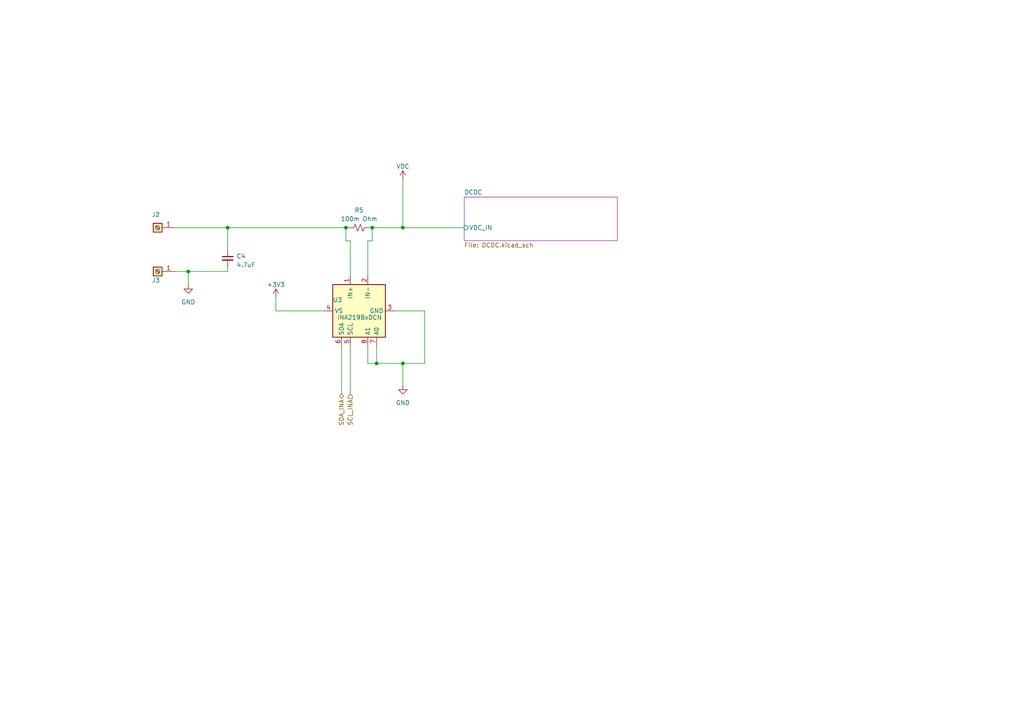
<source format=kicad_sch>
(kicad_sch (version 20210126) (generator eeschema)
  (paper "A4")
  (lib_symbols
    (symbol "Analog_ADC:INA219BxDCN"
      (property "Reference" "U" (at -6.35 8.89 0))
      (property "Value" "INA219BxDCN" (at 6.35 8.89 0))
      (symbol "INA219BxDCN_0_1"
        (rectangle (start -7.62 7.62) (end 7.62 -7.62) (stroke (width 0.254)) (fill (type background)))
      )
      (symbol "INA219BxDCN_1_1"
        (pin input line (at -10.16 2.54 0) (length 2.54) (name "IN+") (number "1"))
        (pin input line (at -10.16 -2.54 0) (length 2.54) (name "IN-") (number "2"))
        (pin power_in line (at 0 -10.16 90) (length 2.54) (name "GND") (number "3"))
        (pin power_in line (at 0 10.16 270) (length 2.54) (name "VS") (number "4"))
        (pin input line (at 10.16 2.54 180) (length 2.54) (name "SCL") (number "5"))
        (pin bidirectional line (at 10.16 5.08 180) (length 2.54) (name "SDA") (number "6"))
        (pin input line (at 10.16 -5.08 180) (length 2.54) (name "A0") (number "7"))
        (pin input line (at 10.16 -2.54 180) (length 2.54) (name "A1") (number "8"))
      )
    )
    (symbol "Connector:Screw_Terminal_01x01" (pin_names (offset 1.016) hide)
      (property "Reference" "J" (at 0 2.54 0))
      (property "Value" "Screw_Terminal_01x01" (at 0 -2.54 0))
      (symbol "Screw_Terminal_01x01_1_1"
        (circle (center 0 0) (radius 0.635) (stroke (width 0.1524)))
        (rectangle (start -1.27 1.27) (end 1.27 -1.27) (stroke (width 0.254)) (fill (type background)))
        (polyline (pts (xy -0.5334 0.3302) (xy 0.3302 -0.508)) (stroke (width 0.1524)))
        (polyline (pts (xy -0.3556 0.508) (xy 0.508 -0.3302)) (stroke (width 0.1524)))
        (pin passive line (at -5.08 0 0) (length 3.81) (name "Pin_1") (number "1"))
      )
    )
    (symbol "Device:C_Small" (pin_numbers hide) (pin_names (offset 0.254) hide)
      (property "Reference" "C" (at 0.254 1.778 0))
      (property "Value" "C_Small" (at 0.254 -2.032 0))
      (symbol "C_Small_0_1"
        (polyline (pts (xy -1.524 -0.508) (xy 1.524 -0.508)) (stroke (width 0.3302)))
        (polyline (pts (xy -1.524 0.508) (xy 1.524 0.508)) (stroke (width 0.3048)))
      )
      (symbol "C_Small_1_1"
        (pin passive line (at 0 2.54 270) (length 2.032) (name "~") (number "1"))
        (pin passive line (at 0 -2.54 90) (length 2.032) (name "~") (number "2"))
      )
    )
    (symbol "Device:R_Small_US" (pin_numbers hide) (pin_names (offset 0.254) hide)
      (property "Reference" "R" (at 0.762 0.508 0))
      (property "Value" "R_Small_US" (at 0.762 -1.016 0))
      (symbol "R_Small_US_1_1"
        (polyline (pts (xy 0 0) (xy 1.016 -0.381) (xy 0 -0.762) (xy -1.016 -1.143) (xy 0 -1.524)))
        (polyline (pts (xy 0 1.524) (xy 1.016 1.143) (xy 0 0.762) (xy -1.016 0.381) (xy 0 0)))
        (pin passive line (at 0 2.54 270) (length 1.016) (name "~") (number "1"))
        (pin passive line (at 0 -2.54 90) (length 1.016) (name "~") (number "2"))
      )
    )
    (symbol "power:+3V3" (power) (pin_names (offset 0))
      (property "Value" "+3V3" (at 0 3.556 0))
      (symbol "+3V3_0_1"
        (polyline (pts (xy -0.762 1.27) (xy 0 2.54)))
        (polyline (pts (xy 0 0) (xy 0 2.54)))
        (polyline (pts (xy 0 2.54) (xy 0.762 1.27)))
      )
      (symbol "+3V3_1_1"
        (pin power_in line (at 0 0 90) (length 0) hide (name "+3V3") (number "1"))
      )
    )
    (symbol "power:GND" (power) (pin_names (offset 0))
      (property "Value" "GND" (at 0 -3.81 0))
      (symbol "GND_0_1"
        (polyline (pts (xy 0 0) (xy 0 -1.27) (xy 1.27 -1.27) (xy 0 -2.54) (xy -1.27 -1.27) (xy 0 -1.27)))
      )
      (symbol "GND_1_1"
        (pin power_in line (at 0 0 270) (length 0) hide (name "GND") (number "1"))
      )
    )
    (symbol "power:VDC" (power) (pin_names (offset 0))
      (property "Value" "VDC" (at 0 6.35 0))
      (symbol "VDC_0_1"
        (polyline (pts (xy -0.762 1.27) (xy 0 2.54)))
        (polyline (pts (xy 0 0) (xy 0 2.54)))
        (polyline (pts (xy 0 2.54) (xy 0.762 1.27)))
      )
      (symbol "VDC_1_1"
        (pin power_in line (at 0 0 90) (length 0) hide (name "VDC") (number "1"))
      )
    )
  )
  (junction (at 54.61 78.74) (diameter 0.9144))
  (junction (at 66.04 66.04) (diameter 0.9144))
  (junction (at 100.33 66.04) (diameter 0.9144))
  (junction (at 107.95 66.04) (diameter 0.9144))
  (junction (at 109.22 105.41) (diameter 0.9144))
  (junction (at 116.84 66.04) (diameter 0.9144))
  (junction (at 116.84 105.41) (diameter 0.9144))
  (wire (pts (xy 50.8 66.04) (xy 66.04 66.04)))
  (wire (pts (xy 50.8 78.74) (xy 54.61 78.74)))
  (wire (pts (xy 54.61 78.74) (xy 54.61 82.55)))
  (wire (pts (xy 54.61 78.74) (xy 66.04 78.74)))
  (wire (pts (xy 66.04 66.04) (xy 100.33 66.04)))
  (wire (pts (xy 66.04 72.39) (xy 66.04 66.04)))
  (wire (pts (xy 66.04 78.74) (xy 66.04 77.47)))
  (wire (pts (xy 80.01 90.17) (xy 80.01 86.36)))
  (wire (pts (xy 80.01 90.17) (xy 93.98 90.17)))
  (wire (pts (xy 99.06 100.33) (xy 99.06 114.3)))
  (wire (pts (xy 100.33 66.04) (xy 100.33 69.85)))
  (wire (pts (xy 100.33 66.04) (xy 101.6 66.04)))
  (wire (pts (xy 101.6 69.85) (xy 100.33 69.85)))
  (wire (pts (xy 101.6 69.85) (xy 101.6 80.01)))
  (wire (pts (xy 101.6 100.33) (xy 101.6 114.3)))
  (wire (pts (xy 106.68 66.04) (xy 107.95 66.04)))
  (wire (pts (xy 106.68 69.85) (xy 106.68 80.01)))
  (wire (pts (xy 106.68 69.85) (xy 107.95 69.85)))
  (wire (pts (xy 106.68 100.33) (xy 106.68 105.41)))
  (wire (pts (xy 106.68 105.41) (xy 109.22 105.41)))
  (wire (pts (xy 107.95 66.04) (xy 107.95 69.85)))
  (wire (pts (xy 107.95 66.04) (xy 116.84 66.04)))
  (wire (pts (xy 109.22 100.33) (xy 109.22 105.41)))
  (wire (pts (xy 109.22 105.41) (xy 116.84 105.41)))
  (wire (pts (xy 114.3 90.17) (xy 123.19 90.17)))
  (wire (pts (xy 116.84 52.07) (xy 116.84 66.04)))
  (wire (pts (xy 116.84 66.04) (xy 134.62 66.04)))
  (wire (pts (xy 116.84 105.41) (xy 116.84 111.76)))
  (wire (pts (xy 116.84 105.41) (xy 123.19 105.41)))
  (wire (pts (xy 123.19 90.17) (xy 123.19 105.41)))
  (hierarchical_label "SDA_INA" (shape bidirectional) (at 99.06 114.3 270))
  (hierarchical_label "SCL_INA" (shape input) (at 101.6 114.3 270))
  (symbol (lib_id "power:+3V3") (at 80.01 86.36 0) (unit 1)
    (property "Reference" "#PWR0125" (effects hide))
    (property "Value" "+3V3" (at 80.01 82.55 0))
  )
  (symbol (lib_id "power:VDC") (at 116.84 52.07 0) (unit 1)
    (property "Reference" "#PWR0124" (effects hide))
    (property "Value" "VDC" (at 116.84 48.26 0))
  )
  (symbol (lib_id "power:GND") (at 54.61 82.55 0) (unit 1)
    (property "Reference" "#PWR0123" (effects hide))
    (property "Value" "GND" (at 54.61 87.63 0))
  )
  (symbol (lib_id "power:GND") (at 116.84 111.76 0) (unit 1)
    (property "Reference" "#PWR0126" (effects hide))
    (property "Value" "GND" (at 116.84 116.84 0))
  )
  (symbol (lib_id "Device:R_Small_US") (at 104.14 66.04 90) (unit 1)
    (property "Reference" "R5" (at 104.14 60.96 90))
    (property "Value" "100m Ohm" (at 104.14 63.5 90))
    (property "Footprint" "vanalles:R_2512_6332Metric_Pad1.40x3.35mm_HandSolder" (effects hide))
  )
  (symbol (lib_id "Connector:Screw_Terminal_01x01") (at 45.72 66.04 180) (unit 1)
    (property "Reference" "J2" (at 45.212 62.23 0))
    (property "Value" "Screw_Terminal_01x01" (effects hide))
    (property "Footprint" "connectors_user:smd screw terminal" (effects hide))
  )
  (symbol (lib_id "Connector:Screw_Terminal_01x01") (at 45.72 78.74 180) (unit 1)
    (property "Reference" "J3" (at 45.212 81.28 0))
    (property "Value" "Screw_Terminal_01x01" (effects hide))
    (property "Footprint" "connectors_user:smd screw terminal" (effects hide))
  )
  (symbol (lib_id "Device:C_Small") (at 66.04 74.93 0) (unit 1)
    (property "Reference" "C4" (at 68.58 74.2949 0) (effects (justify left)))
    (property "Value" "4.7uF" (at 68.58 76.8349 0) (effects (justify left)))
    (property "Footprint" "vanalles:1206" (effects hide))
  )
  (symbol (lib_id "Analog_ADC:INA219BxDCN") (at 104.14 90.17 90) (mirror x) (unit 1)
    (property "Reference" "U3" (at 96.52 86.9949 90) (effects (justify right)))
    (property "Value" "INA219BxDCN" (at 97.79 92.0749 90) (effects (justify right)))
    (property "Footprint" "halfgeleiders:SOIC127P599X175-8N" (effects hide))
    (property "Datasheet" "http://www.ti.com/lit/ds/symlink/ina219.pdf" (effects hide))
  )
  (sheet (at 134.62 57.15) (size 44.45 12.7) (stroke (width 0.0006) (color 132 0 132 1)) (fill (color 255 255 255 0.0000))
    (property "Sheet name" "DCDC" (at 134.62 56.5143 0) (effects (justify left bottom)))
    (property "Sheet file" "DCDC.kicad_sch" (at 134.62 70.3587 0) (effects (justify left top)))
    (pin "VDC_IN" input (at 134.62 66.04 180))
  )
)
</source>
